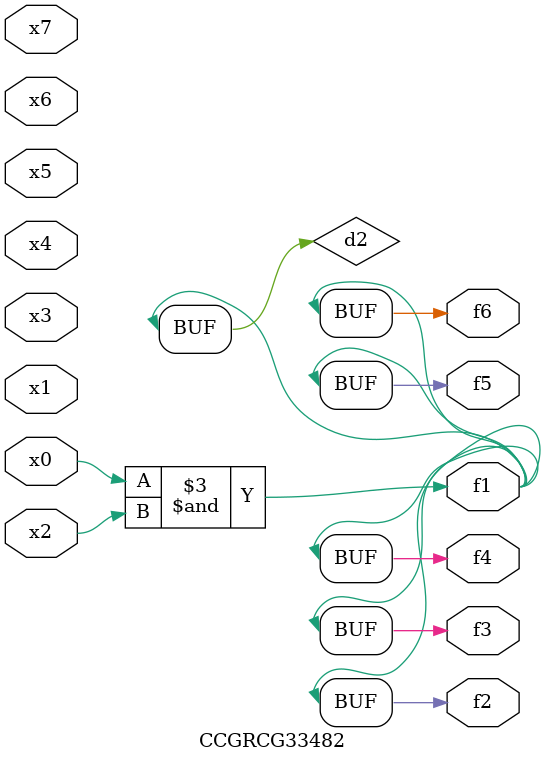
<source format=v>
module CCGRCG33482(
	input x0, x1, x2, x3, x4, x5, x6, x7,
	output f1, f2, f3, f4, f5, f6
);

	wire d1, d2;

	nor (d1, x3, x6);
	and (d2, x0, x2);
	assign f1 = d2;
	assign f2 = d2;
	assign f3 = d2;
	assign f4 = d2;
	assign f5 = d2;
	assign f6 = d2;
endmodule

</source>
